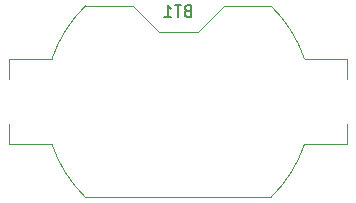
<source format=gbr>
G04 #@! TF.GenerationSoftware,KiCad,Pcbnew,(5.1.5-0-10_14)*
G04 #@! TF.CreationDate,2021-02-20T09:37:57-07:00*
G04 #@! TF.ProjectId,number_1_good_boy,6e756d62-6572-45f3-915f-676f6f645f62,rev?*
G04 #@! TF.SameCoordinates,Original*
G04 #@! TF.FileFunction,Legend,Bot*
G04 #@! TF.FilePolarity,Positive*
%FSLAX46Y46*%
G04 Gerber Fmt 4.6, Leading zero omitted, Abs format (unit mm)*
G04 Created by KiCad (PCBNEW (5.1.5-0-10_14)) date 2021-02-20 09:37:57*
%MOMM*%
%LPD*%
G04 APERTURE LIST*
%ADD10C,0.120000*%
%ADD11C,0.150000*%
G04 APERTURE END LIST*
D10*
X-7845370Y8111789D02*
G75*
G03X-10692000Y3610000I7845370J-8111789D01*
G01*
X7845370Y-8111789D02*
G75*
G03X10692000Y-3610000I-7845370J8111789D01*
G01*
X7845370Y8111789D02*
G75*
G02X10692000Y3610000I-7845370J-8111789D01*
G01*
X-7845370Y-8111789D02*
G75*
G02X-10692000Y-3610000I7845370J8111789D01*
G01*
X-14310000Y1900000D02*
X-14310000Y3610000D01*
X-10692000Y3610000D02*
X-14310000Y3610000D01*
X-3860000Y8110000D02*
X-7847300Y8110000D01*
X-1660000Y5910000D02*
X-3860000Y8110000D01*
X1660000Y5910000D02*
X-1660000Y5910000D01*
X1660000Y5910000D02*
X3860000Y8110000D01*
X7847300Y8110000D02*
X3860000Y8110000D01*
X14310000Y1900000D02*
X14310000Y3610000D01*
X14310000Y3610000D02*
X10692000Y3610000D01*
X10692000Y-3610000D02*
X14310000Y-3610000D01*
X14310000Y-1900000D02*
X14310000Y-3610000D01*
X-7847300Y-8110000D02*
X7847300Y-8110000D01*
X-14310000Y-1900000D02*
X-14310000Y-3610000D01*
X-14310000Y-3610000D02*
X-10692000Y-3610000D01*
D11*
X785714Y7691428D02*
X642857Y7643809D01*
X595238Y7596190D01*
X547619Y7500952D01*
X547619Y7358095D01*
X595238Y7262857D01*
X642857Y7215238D01*
X738095Y7167619D01*
X1119047Y7167619D01*
X1119047Y8167619D01*
X785714Y8167619D01*
X690476Y8120000D01*
X642857Y8072380D01*
X595238Y7977142D01*
X595238Y7881904D01*
X642857Y7786666D01*
X690476Y7739047D01*
X785714Y7691428D01*
X1119047Y7691428D01*
X261904Y8167619D02*
X-309523Y8167619D01*
X-23809Y7167619D02*
X-23809Y8167619D01*
X-1166666Y7167619D02*
X-595238Y7167619D01*
X-880952Y7167619D02*
X-880952Y8167619D01*
X-785714Y8024761D01*
X-690476Y7929523D01*
X-595238Y7881904D01*
M02*

</source>
